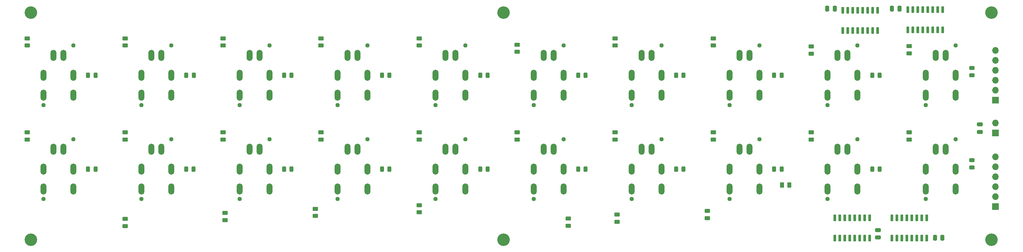
<source format=gts>
G04 #@! TF.GenerationSoftware,KiCad,Pcbnew,8.0.4*
G04 #@! TF.CreationDate,2024-09-19T19:58:35+02:00*
G04 #@! TF.ProjectId,Buttons_Flash,42757474-6f6e-4735-9f46-6c6173682e6b,rev?*
G04 #@! TF.SameCoordinates,Original*
G04 #@! TF.FileFunction,Soldermask,Top*
G04 #@! TF.FilePolarity,Negative*
%FSLAX46Y46*%
G04 Gerber Fmt 4.6, Leading zero omitted, Abs format (unit mm)*
G04 Created by KiCad (PCBNEW 8.0.4) date 2024-09-19 19:58:35*
%MOMM*%
%LPD*%
G01*
G04 APERTURE LIST*
G04 Aperture macros list*
%AMRoundRect*
0 Rectangle with rounded corners*
0 $1 Rounding radius*
0 $2 $3 $4 $5 $6 $7 $8 $9 X,Y pos of 4 corners*
0 Add a 4 corners polygon primitive as box body*
4,1,4,$2,$3,$4,$5,$6,$7,$8,$9,$2,$3,0*
0 Add four circle primitives for the rounded corners*
1,1,$1+$1,$2,$3*
1,1,$1+$1,$4,$5*
1,1,$1+$1,$6,$7*
1,1,$1+$1,$8,$9*
0 Add four rect primitives between the rounded corners*
20,1,$1+$1,$2,$3,$4,$5,0*
20,1,$1+$1,$4,$5,$6,$7,0*
20,1,$1+$1,$6,$7,$8,$9,0*
20,1,$1+$1,$8,$9,$2,$3,0*%
G04 Aperture macros list end*
%ADD10C,1.117600*%
%ADD11O,1.524000X2.844800*%
%ADD12RoundRect,0.243750X0.243750X0.456250X-0.243750X0.456250X-0.243750X-0.456250X0.243750X-0.456250X0*%
%ADD13RoundRect,0.250000X0.450000X-0.262500X0.450000X0.262500X-0.450000X0.262500X-0.450000X-0.262500X0*%
%ADD14C,3.200000*%
%ADD15R,1.700000X1.700000*%
%ADD16O,1.700000X1.700000*%
%ADD17RoundRect,0.250000X-0.450000X0.262500X-0.450000X-0.262500X0.450000X-0.262500X0.450000X0.262500X0*%
%ADD18RoundRect,0.250000X0.475000X-0.250000X0.475000X0.250000X-0.475000X0.250000X-0.475000X-0.250000X0*%
%ADD19RoundRect,0.150000X-0.150000X0.725000X-0.150000X-0.725000X0.150000X-0.725000X0.150000X0.725000X0*%
%ADD20RoundRect,0.250000X0.250000X0.475000X-0.250000X0.475000X-0.250000X-0.475000X0.250000X-0.475000X0*%
%ADD21RoundRect,0.250000X0.262500X0.450000X-0.262500X0.450000X-0.262500X-0.450000X0.262500X-0.450000X0*%
%ADD22RoundRect,0.243750X-0.456250X0.243750X-0.456250X-0.243750X0.456250X-0.243750X0.456250X0.243750X0*%
%ADD23RoundRect,0.150000X0.150000X-0.725000X0.150000X0.725000X-0.150000X0.725000X-0.150000X-0.725000X0*%
%ADD24RoundRect,0.250000X-0.250000X-0.475000X0.250000X-0.475000X0.250000X0.475000X-0.250000X0.475000X0*%
G04 APERTURE END LIST*
D10*
X53190000Y-110620000D03*
X60810000Y-95380000D03*
D11*
X55730000Y-97920000D03*
X58270000Y-97920000D03*
X53190000Y-103000000D03*
X60810000Y-103000000D03*
X53190000Y-108080000D03*
X60810000Y-108080000D03*
D10*
X228190000Y-134620000D03*
X235810000Y-119380000D03*
D11*
X230730000Y-121920000D03*
X233270000Y-121920000D03*
X228190000Y-127000000D03*
X235810000Y-127000000D03*
X228190000Y-132080000D03*
X235810000Y-132080000D03*
D10*
X78190000Y-134620000D03*
X85810000Y-119380000D03*
D11*
X80730000Y-121920000D03*
X83270000Y-121920000D03*
X78190000Y-127000000D03*
X85810000Y-127000000D03*
X78190000Y-132080000D03*
X85810000Y-132080000D03*
D10*
X178190000Y-110620000D03*
X185810000Y-95380000D03*
D11*
X180730000Y-97920000D03*
X183270000Y-97920000D03*
X178190000Y-103000000D03*
X185810000Y-103000000D03*
X178190000Y-108080000D03*
X185810000Y-108080000D03*
D10*
X203190000Y-134620000D03*
X210810000Y-119380000D03*
D11*
X205730000Y-121920000D03*
X208270000Y-121920000D03*
X203190000Y-127000000D03*
X210810000Y-127000000D03*
X203190000Y-132080000D03*
X210810000Y-132080000D03*
D10*
X103190000Y-110620000D03*
X110810000Y-95380000D03*
D11*
X105730000Y-97920000D03*
X108270000Y-97920000D03*
X103190000Y-103000000D03*
X110810000Y-103000000D03*
X103190000Y-108080000D03*
X110810000Y-108080000D03*
D10*
X153190000Y-110620000D03*
X160810000Y-95380000D03*
D11*
X155730000Y-97920000D03*
X158270000Y-97920000D03*
X153190000Y-103000000D03*
X160810000Y-103000000D03*
X153190000Y-108080000D03*
X160810000Y-108080000D03*
D10*
X203190000Y-110620000D03*
X210810000Y-95380000D03*
D11*
X205730000Y-97920000D03*
X208270000Y-97920000D03*
X203190000Y-103000000D03*
X210810000Y-103000000D03*
X203190000Y-108080000D03*
X210810000Y-108080000D03*
D10*
X53190000Y-134620000D03*
X60810000Y-119380000D03*
D11*
X55730000Y-121920000D03*
X58270000Y-121920000D03*
X53190000Y-127000000D03*
X60810000Y-127000000D03*
X53190000Y-132080000D03*
X60810000Y-132080000D03*
D10*
X228190000Y-110620000D03*
X235810000Y-95380000D03*
D11*
X230730000Y-97920000D03*
X233270000Y-97920000D03*
X228190000Y-103000000D03*
X235810000Y-103000000D03*
X228190000Y-108080000D03*
X235810000Y-108080000D03*
D10*
X128190000Y-110620000D03*
X135810000Y-95380000D03*
D11*
X130730000Y-97920000D03*
X133270000Y-97920000D03*
X128190000Y-103000000D03*
X135810000Y-103000000D03*
X128190000Y-108080000D03*
X135810000Y-108080000D03*
D10*
X178190000Y-134620000D03*
X185810000Y-119380000D03*
D11*
X180730000Y-121920000D03*
X183270000Y-121920000D03*
X178190000Y-127000000D03*
X185810000Y-127000000D03*
X178190000Y-132080000D03*
X185810000Y-132080000D03*
D10*
X153190000Y-134620000D03*
X160810000Y-119380000D03*
D11*
X155730000Y-121920000D03*
X158270000Y-121920000D03*
X153190000Y-127000000D03*
X160810000Y-127000000D03*
X153190000Y-132080000D03*
X160810000Y-132080000D03*
D10*
X103190000Y-134620000D03*
X110810000Y-119380000D03*
D11*
X105730000Y-121920000D03*
X108270000Y-121920000D03*
X103190000Y-127000000D03*
X110810000Y-127000000D03*
X103190000Y-132080000D03*
X110810000Y-132080000D03*
D10*
X128190000Y-134620000D03*
X135810000Y-119380000D03*
D11*
X130730000Y-121920000D03*
X133270000Y-121920000D03*
X128190000Y-127000000D03*
X135810000Y-127000000D03*
X128190000Y-132080000D03*
X135810000Y-132080000D03*
D10*
X28190000Y-110620000D03*
X35810000Y-95380000D03*
D11*
X30730000Y-97920000D03*
X33270000Y-97920000D03*
X28190000Y-103000000D03*
X35810000Y-103000000D03*
X28190000Y-108080000D03*
X35810000Y-108080000D03*
D10*
X28190000Y-134620000D03*
X35810000Y-119380000D03*
D11*
X30730000Y-121920000D03*
X33270000Y-121920000D03*
X28190000Y-127000000D03*
X35810000Y-127000000D03*
X28190000Y-132080000D03*
X35810000Y-132080000D03*
D10*
X253190000Y-110620000D03*
X260810000Y-95380000D03*
D11*
X255730000Y-97920000D03*
X258270000Y-97920000D03*
X253190000Y-103000000D03*
X260810000Y-103000000D03*
X253190000Y-108080000D03*
X260810000Y-108080000D03*
D10*
X253190000Y-134620000D03*
X260810000Y-119380000D03*
D11*
X255730000Y-121920000D03*
X258270000Y-121920000D03*
X253190000Y-127000000D03*
X260810000Y-127000000D03*
X253190000Y-132080000D03*
X260810000Y-132080000D03*
D10*
X78190000Y-110620000D03*
X85810000Y-95380000D03*
D11*
X80730000Y-97920000D03*
X83270000Y-97920000D03*
X78190000Y-103000000D03*
X85810000Y-103000000D03*
X78190000Y-108080000D03*
X85810000Y-108080000D03*
D12*
X116437500Y-127000000D03*
X114562500Y-127000000D03*
D13*
X224000000Y-119412500D03*
X224000000Y-117587500D03*
D14*
X25000000Y-87000000D03*
D12*
X141437500Y-127000000D03*
X139562500Y-127000000D03*
D15*
X271000000Y-109350000D03*
D16*
X271000000Y-106810000D03*
X271000000Y-104270000D03*
X271000000Y-101730000D03*
X271000000Y-99190000D03*
X271000000Y-96650000D03*
D17*
X97500000Y-137087500D03*
X97500000Y-138912500D03*
D13*
X174000000Y-95412500D03*
X174000000Y-93587500D03*
D14*
X25000000Y-145000000D03*
D18*
X267000000Y-117450000D03*
X267000000Y-115550000D03*
D13*
X24000000Y-95412500D03*
X24000000Y-93587500D03*
D12*
X66437500Y-127000000D03*
X64562500Y-127000000D03*
D13*
X199000000Y-95412500D03*
X199000000Y-93587500D03*
D15*
X271000000Y-117775000D03*
D16*
X271000000Y-115235000D03*
D13*
X99000000Y-119412500D03*
X99000000Y-117587500D03*
D14*
X145500000Y-145000000D03*
D19*
X238945000Y-139425000D03*
X237675000Y-139425000D03*
X236405000Y-139425000D03*
X235135000Y-139425000D03*
X233865000Y-139425000D03*
X232595000Y-139425000D03*
X231325000Y-139425000D03*
X230055000Y-139425000D03*
X230055000Y-144575000D03*
X231325000Y-144575000D03*
X232595000Y-144575000D03*
X233865000Y-144575000D03*
X235135000Y-144575000D03*
X236405000Y-144575000D03*
X237675000Y-144575000D03*
X238945000Y-144575000D03*
D12*
X66500000Y-103000000D03*
X64625000Y-103000000D03*
D14*
X145500000Y-87000000D03*
D17*
X49000000Y-139675000D03*
X49000000Y-141500000D03*
D12*
X191437500Y-103000000D03*
X189562500Y-103000000D03*
X216437500Y-127000000D03*
X214562500Y-127000000D03*
D13*
X224000000Y-97500000D03*
X224000000Y-95675000D03*
D20*
X246500000Y-86000000D03*
X244600000Y-86000000D03*
D13*
X124000000Y-119412500D03*
X124000000Y-117587500D03*
D21*
X218412500Y-131000000D03*
X216587500Y-131000000D03*
D22*
X265000000Y-101125000D03*
X265000000Y-103000000D03*
D23*
X248609999Y-91425000D03*
X249879999Y-91425000D03*
X251149999Y-91425000D03*
X252419999Y-91425000D03*
X253689999Y-91425000D03*
X254959999Y-91425000D03*
X256229999Y-91425000D03*
X257499999Y-91425000D03*
X257499999Y-86275000D03*
X256229999Y-86275000D03*
X254959999Y-86275000D03*
X253689999Y-86275000D03*
X252419999Y-86275000D03*
X251149999Y-86275000D03*
X249879999Y-86275000D03*
X248609999Y-86275000D03*
D12*
X41437500Y-127000000D03*
X39562500Y-127000000D03*
D14*
X270000000Y-87000000D03*
D13*
X124000000Y-95412500D03*
X124000000Y-93587500D03*
D17*
X74500000Y-138175000D03*
X74500000Y-140000000D03*
D13*
X174000000Y-119412500D03*
X174000000Y-117587500D03*
X49000000Y-119412500D03*
X49000000Y-117587500D03*
D12*
X241437500Y-103000000D03*
X239562500Y-103000000D03*
X116437500Y-103000000D03*
X114562500Y-103000000D03*
D19*
X253445000Y-139425000D03*
X252175000Y-139425000D03*
X250905000Y-139425000D03*
X249635000Y-139425000D03*
X248365000Y-139425000D03*
X247095000Y-139425000D03*
X245825000Y-139425000D03*
X244555000Y-139425000D03*
X244555000Y-144575000D03*
X245825000Y-144575000D03*
X247095000Y-144575000D03*
X248365000Y-144575000D03*
X249635000Y-144575000D03*
X250905000Y-144575000D03*
X252175000Y-144575000D03*
X253445000Y-144575000D03*
D17*
X174500000Y-138587500D03*
X174500000Y-140412500D03*
D14*
X270000000Y-145000000D03*
D17*
X124000000Y-136175000D03*
X124000000Y-138000000D03*
X197500000Y-137675000D03*
X197500000Y-139500000D03*
D12*
X91437500Y-127000000D03*
X89562500Y-127000000D03*
D24*
X255550000Y-144500000D03*
X257450000Y-144500000D03*
D13*
X74000000Y-119412500D03*
X74000000Y-117587500D03*
D17*
X162000000Y-139587500D03*
X162000000Y-141412500D03*
D23*
X232055000Y-91575000D03*
X233325000Y-91575000D03*
X234595000Y-91575000D03*
X235865000Y-91575000D03*
X237135000Y-91575000D03*
X238405000Y-91575000D03*
X239675000Y-91575000D03*
X240945000Y-91575000D03*
X240945000Y-86425000D03*
X239675000Y-86425000D03*
X238405000Y-86425000D03*
X237135000Y-86425000D03*
X235865000Y-86425000D03*
X234595000Y-86425000D03*
X233325000Y-86425000D03*
X232055000Y-86425000D03*
D12*
X166437500Y-127000000D03*
X164562500Y-127000000D03*
D13*
X149000000Y-119412500D03*
X149000000Y-117587500D03*
X199000000Y-119412500D03*
X199000000Y-117587500D03*
X149000000Y-97000000D03*
X149000000Y-95175000D03*
D22*
X265000000Y-124682500D03*
X265000000Y-126557500D03*
D13*
X74000000Y-95412500D03*
X74000000Y-93587500D03*
D12*
X41437500Y-103000000D03*
X39562500Y-103000000D03*
D15*
X271000000Y-136540000D03*
D16*
X271000000Y-134000000D03*
X271000000Y-131460000D03*
X271000000Y-128920000D03*
X271000000Y-126380000D03*
X271000000Y-123840000D03*
D12*
X166437500Y-103000000D03*
X164562500Y-103000000D03*
D13*
X24000000Y-119412500D03*
X24000000Y-117587500D03*
X99000000Y-95412500D03*
X99000000Y-93587500D03*
X49000000Y-95412500D03*
X49000000Y-93587500D03*
D20*
X230000000Y-86000000D03*
X228100000Y-86000000D03*
D12*
X241437500Y-127000000D03*
X239562500Y-127000000D03*
X91437500Y-103000000D03*
X89562500Y-103000000D03*
X191437500Y-127000000D03*
X189562500Y-127000000D03*
D13*
X249000000Y-119412500D03*
X249000000Y-117587500D03*
D12*
X141437500Y-103000000D03*
X139562500Y-103000000D03*
D18*
X241000000Y-144450000D03*
X241000000Y-142550000D03*
D12*
X216437500Y-103000000D03*
X214562500Y-103000000D03*
D13*
X249000000Y-97412500D03*
X249000000Y-95587500D03*
M02*

</source>
